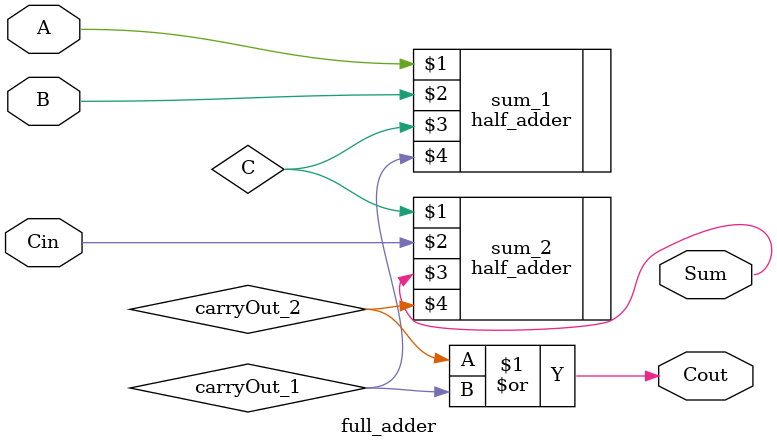
<source format=v>
module full_adder(A, B, Cin, Sum, Cout);
	input A, B, Cin;
	output Sum, Cout;
	wire C, carryOut_1, carryOut_2;

	half_adder sum_1(A, B, C, carryOut_1);
	half_adder sum_2(C, Cin, Sum, carryOut_2);

	or totalCarryOut(Cout, carryOut_2, carryOut_1);

endmodule
</source>
